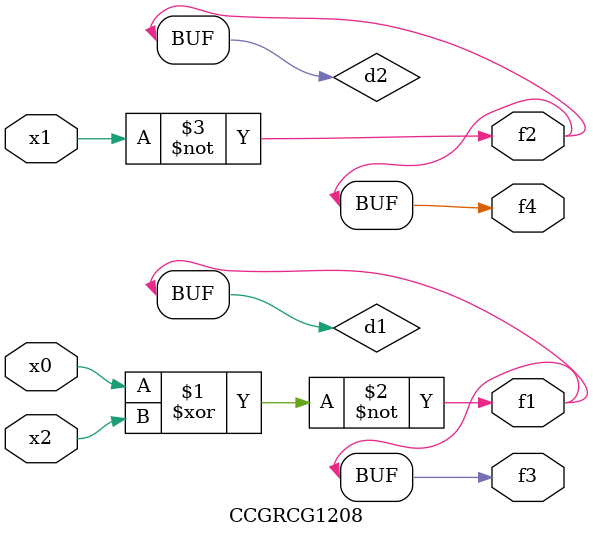
<source format=v>
module CCGRCG1208(
	input x0, x1, x2,
	output f1, f2, f3, f4
);

	wire d1, d2, d3;

	xnor (d1, x0, x2);
	nand (d2, x1);
	nor (d3, x1, x2);
	assign f1 = d1;
	assign f2 = d2;
	assign f3 = d1;
	assign f4 = d2;
endmodule

</source>
